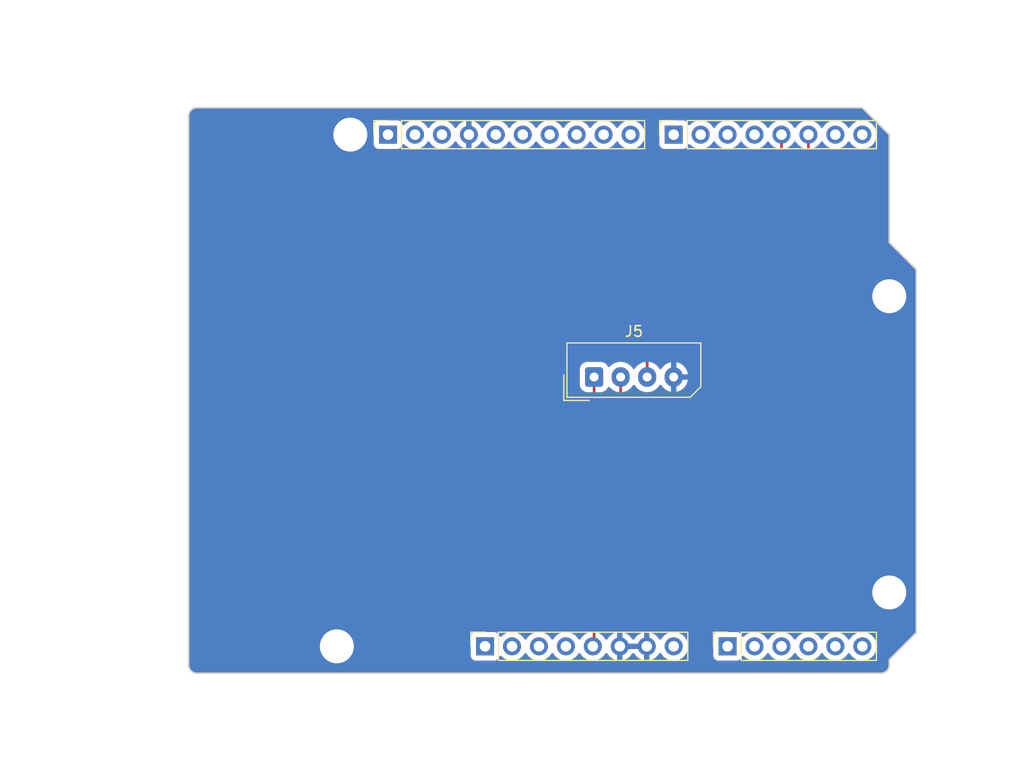
<source format=kicad_pcb>
(kicad_pcb (version 20221018) (generator pcbnew)
  (title_block (date "mar. 31 mars 2015"))
  (layers (0 "F.Cu" signal) (31 "B.Cu" signal) (34 "B.Paste" user) (35 "F.Paste" user) (36 "B.SilkS" user "B.Silkscreen") (37 "F.SilkS" user "F.Silkscreen") (38 "B.Mask" user) (39 "F.Mask" user) (44 "Edge.Cuts" user))
  (net 0 "")
  (net 1 "GND")
  (net 3 "+5V")
  (net 4 "/IOREF")
  (net 5 "/A0")
  (net 6 "/A1")
  (net 7 "/A2")
  (net 8 "/A3")
  (net 9 "/SDA{slash}A4")
  (net 10 "/SCL{slash}A5")
  (net 11 "/13")
  (net 12 "/12")
  (net 13 "/AREF")
  (net 14 "/8")
  (net 15 "/7")
  (net 16 "/*11")
  (net 17 "/*10")
  (net 18 "/*9")
  (net 19 "/4")
  (net 20 "/2")
  (net 21 "/*6")
  (net 22 "/*5")
  (net 23 "/TX{slash}1")
  (net 24 "/*3")
  (net 25 "/RX{slash}0")
  (net 26 "+3V3")
  (net 27 "VCC")
  (net 28 "/~{RESET}")
  (footprint "Connector_PinSocket_2.54mm:PinSocket_1x08_P2.54mm_Vertical" (layer "F.Cu") (at 127.94 97.46 90)
    (fp_text reference "J1" hide)
    (fp_text value "Power")
    (fp_line (start -1.33 1.27) (end -1.33 19.11) (stroke (width 0.12)) (layer "F.SilkS"))
    (fp_line (start -1.33 1.27) (end 1.33 1.27) (stroke (width 0.12)) (layer "F.SilkS"))
    (fp_line (start -1.33 19.11) (end 1.33 19.11) (stroke (width 0.12)) (layer "F.SilkS"))
    (fp_line (start 0 -1.33) (end 1.33 -1.33) (stroke (width 0.12)) (layer "F.SilkS"))
    (fp_line (start 1.33 -1.33) (end 1.33 0) (stroke (width 0.12)) (layer "F.SilkS"))
    (fp_line (start 1.33 1.27) (end 1.33 19.11) (stroke (width 0.12)) (layer "F.SilkS"))
    (pad "1" thru_hole rect locked (at 0 0 90) (size 1.7 1.7) (drill 1) (layers "*.Cu" "*.Mask"))
    (pad "2" thru_hole oval locked (at 0 2.54 90) (size 1.7 1.7) (drill 1) (layers "*.Cu" "*.Mask") (net 4 "/IOREF"))
    (pad "3" thru_hole oval locked (at 0 5.08 90) (size 1.7 1.7) (drill 1) (layers "*.Cu" "*.Mask") (net 28 "/~{RESET}"))
    (pad "4" thru_hole oval locked (at 0 7.62 90) (size 1.7 1.7) (drill 1) (layers "*.Cu" "*.Mask") (net 26 "+3V3"))
    (pad "5" thru_hole oval locked (at 0 10.16 90) (size 1.7 1.7) (drill 1) (layers "*.Cu" "*.Mask") (net 3 "+5V"))
    (pad "6" thru_hole oval locked (at 0 12.7 90) (size 1.7 1.7) (drill 1) (layers "*.Cu" "*.Mask") (net 1 "GND"))
    (pad "7" thru_hole oval locked (at 0 15.24 90) (size 1.7 1.7) (drill 1) (layers "*.Cu" "*.Mask") (net 1 "GND"))
    (pad "8" thru_hole oval locked (at 0 17.78 90) (size 1.7 1.7) (drill 1) (layers "*.Cu" "*.Mask") (net 27 "VCC"))
  )
  (footprint "Connector_PinSocket_2.54mm:PinSocket_1x06_P2.54mm_Vertical" (layer "F.Cu") (at 150.8 97.46 90)
    (fp_text reference "J3" hide)
    (fp_text value "Analog")
    (fp_line (start -1.33 1.27) (end -1.33 14.03) (stroke (width 0.12)) (layer "F.SilkS"))
    (fp_line (start -1.33 1.27) (end 1.33 1.27) (stroke (width 0.12)) (layer "F.SilkS"))
    (fp_line (start -1.33 14.03) (end 1.33 14.03) (stroke (width 0.12)) (layer "F.SilkS"))
    (fp_line (start 0 -1.33) (end 1.33 -1.33) (stroke (width 0.12)) (layer "F.SilkS"))
    (fp_line (start 1.33 -1.33) (end 1.33 0) (stroke (width 0.12)) (layer "F.SilkS"))
    (fp_line (start 1.33 1.27) (end 1.33 14.03) (stroke (width 0.12)) (layer "F.SilkS"))
    (pad "1" thru_hole rect locked (at 0 0 90) (size 1.7 1.7) (drill 1) (layers "*.Cu" "*.Mask") (net 5 "/A0"))
    (pad "2" thru_hole oval locked (at 0 2.54 90) (size 1.7 1.7) (drill 1) (layers "*.Cu" "*.Mask") (net 6 "/A1"))
    (pad "3" thru_hole oval locked (at 0 5.08 90) (size 1.7 1.7) (drill 1) (layers "*.Cu" "*.Mask") (net 7 "/A2"))
    (pad "4" thru_hole oval locked (at 0 7.62 90) (size 1.7 1.7) (drill 1) (layers "*.Cu" "*.Mask") (net 8 "/A3"))
    (pad "5" thru_hole oval locked (at 0 10.16 90) (size 1.7 1.7) (drill 1) (layers "*.Cu" "*.Mask") (net 9 "/SDA{slash}A4"))
    (pad "6" thru_hole oval locked (at 0 12.7 90) (size 1.7 1.7) (drill 1) (layers "*.Cu" "*.Mask") (net 10 "/SCL{slash}A5"))
  )
  (footprint "Connector_PinSocket_2.54mm:PinSocket_1x10_P2.54mm_Vertical" (layer "F.Cu") (at 118.796 49.2 90)
    (fp_text reference "J2" hide)
    (fp_text value "Digital/PWM")
    (fp_line (start -1.33 1.27) (end -1.33 24.19) (stroke (width 0.12)) (layer "F.SilkS"))
    (fp_line (start -1.33 1.27) (end 1.33 1.27) (stroke (width 0.12)) (layer "F.SilkS"))
    (fp_line (start -1.33 24.19) (end 1.33 24.19) (stroke (width 0.12)) (layer "F.SilkS"))
    (fp_line (start 0 -1.33) (end 1.33 -1.33) (stroke (width 0.12)) (layer "F.SilkS"))
    (fp_line (start 1.33 -1.33) (end 1.33 0) (stroke (width 0.12)) (layer "F.SilkS"))
    (fp_line (start 1.33 1.27) (end 1.33 24.19) (stroke (width 0.12)) (layer "F.SilkS"))
    (pad "1" thru_hole rect locked (at 0 0 90) (size 1.7 1.7) (drill 1) (layers "*.Cu" "*.Mask") (net 10 "/SCL{slash}A5"))
    (pad "2" thru_hole oval locked (at 0 2.54 90) (size 1.7 1.7) (drill 1) (layers "*.Cu" "*.Mask") (net 9 "/SDA{slash}A4"))
    (pad "3" thru_hole oval locked (at 0 5.08 90) (size 1.7 1.7) (drill 1) (layers "*.Cu" "*.Mask") (net 13 "/AREF"))
    (pad "4" thru_hole oval locked (at 0 7.62 90) (size 1.7 1.7) (drill 1) (layers "*.Cu" "*.Mask") (net 1 "GND"))
    (pad "5" thru_hole oval locked (at 0 10.16 90) (size 1.7 1.7) (drill 1) (layers "*.Cu" "*.Mask") (net 11 "/13"))
    (pad "6" thru_hole oval locked (at 0 12.7 90) (size 1.7 1.7) (drill 1) (layers "*.Cu" "*.Mask") (net 12 "/12"))
    (pad "7" thru_hole oval locked (at 0 15.24 90) (size 1.7 1.7) (drill 1) (layers "*.Cu" "*.Mask") (net 16 "/*11"))
    (pad "8" thru_hole oval locked (at 0 17.78 90) (size 1.7 1.7) (drill 1) (layers "*.Cu" "*.Mask") (net 17 "/*10"))
    (pad "9" thru_hole oval locked (at 0 20.32 90) (size 1.7 1.7) (drill 1) (layers "*.Cu" "*.Mask") (net 18 "/*9"))
    (pad "10" thru_hole oval locked (at 0 22.86 90) (size 1.7 1.7) (drill 1) (layers "*.Cu" "*.Mask") (net 14 "/8"))
  )
  (footprint "Connector_PinSocket_2.54mm:PinSocket_1x08_P2.54mm_Vertical" (layer "F.Cu") (at 145.72 49.2 90)
    (fp_text reference "J4" hide)
    (fp_text value "Digital/PWM")
    (fp_line (start -1.33 1.27) (end -1.33 19.11) (stroke (width 0.12)) (layer "F.SilkS"))
    (fp_line (start -1.33 1.27) (end 1.33 1.27) (stroke (width 0.12)) (layer "F.SilkS"))
    (fp_line (start -1.33 19.11) (end 1.33 19.11) (stroke (width 0.12)) (layer "F.SilkS"))
    (fp_line (start 0 -1.33) (end 1.33 -1.33) (stroke (width 0.12)) (layer "F.SilkS"))
    (fp_line (start 1.33 -1.33) (end 1.33 0) (stroke (width 0.12)) (layer "F.SilkS"))
    (fp_line (start 1.33 1.27) (end 1.33 19.11) (stroke (width 0.12)) (layer "F.SilkS"))
    (pad "1" thru_hole rect locked (at 0 0 90) (size 1.7 1.7) (drill 1) (layers "*.Cu" "*.Mask") (net 15 "/7"))
    (pad "2" thru_hole oval locked (at 0 2.54 90) (size 1.7 1.7) (drill 1) (layers "*.Cu" "*.Mask") (net 21 "/*6"))
    (pad "3" thru_hole oval locked (at 0 5.08 90) (size 1.7 1.7) (drill 1) (layers "*.Cu" "*.Mask") (net 22 "/*5"))
    (pad "4" thru_hole oval locked (at 0 7.62 90) (size 1.7 1.7) (drill 1) (layers "*.Cu" "*.Mask") (net 19 "/4"))
    (pad "5" thru_hole oval locked (at 0 10.16 90) (size 1.7 1.7) (drill 1) (layers "*.Cu" "*.Mask") (net 24 "/*3"))
    (pad "6" thru_hole oval locked (at 0 12.7 90) (size 1.7 1.7) (drill 1) (layers "*.Cu" "*.Mask") (net 20 "/2"))
    (pad "7" thru_hole oval locked (at 0 15.24 90) (size 1.7 1.7) (drill 1) (layers "*.Cu" "*.Mask") (net 23 "/TX{slash}1"))
    (pad "8" thru_hole oval locked (at 0 17.78 90) (size 1.7 1.7) (drill 1) (layers "*.Cu" "*.Mask") (net 25 "/RX{slash}0"))
  )
  (footprint "Arduino_MountingHole:MountingHole_3.2mm" (layer "F.Cu") (at 115.24 49.2)
    (fp_text reference "MH1" hide)
    (fp_text value "MountingHole_3.2mm" hide)
    (pad "" np_thru_hole circle locked (at 0 0) (size 3.2 3.2) (drill 3.2) (layers "*.Cu" "*.Mask"))
  )
  (footprint "Connector_Molex:Molex_SPOX_5267-04A_1x04_P2.50mm_Vertical" (layer "F.Cu") (at 138.22 72.06)
    (fp_text reference "J5" (at 3.75 -4.3) (layer "F.SilkS"))
    (fp_text value "Conn_01x04")
    (fp_line (start -2.86 -0.2) (end -2.86 2.21) (stroke (width 0.12)) (layer "F.SilkS"))
    (fp_line (start -2.86 2.21) (end -0.45 2.21) (stroke (width 0.12)) (layer "F.SilkS"))
    (fp_line (start -2.56 -3.21) (end -2.56 1.91) (stroke (width 0.12)) (layer "F.SilkS"))
    (fp_line (start -2.56 1.91) (end 9.06 1.91) (stroke (width 0.12)) (layer "F.SilkS"))
    (fp_line (start 9.06 1.91) (end 10.06 0.91) (stroke (width 0.12)) (layer "F.SilkS"))
    (fp_line (start 10.06 -3.21) (end -2.56 -3.21) (stroke (width 0.12)) (layer "F.SilkS"))
    (fp_line (start 10.06 0.91) (end 10.06 -3.21) (stroke (width 0.12)) (layer "F.SilkS"))
    (pad "1" thru_hole roundrect (at 0 0) (size 1.7 1.85) (drill 0.85) (layers "*.Cu" "*.Mask") (roundrect_rratio 0.147059) (net 3 "+5V"))
    (pad "2" thru_hole oval (at 2.5 0) (size 1.7 1.85) (drill 0.85) (layers "*.Cu" "*.Mask") (net 20 "/2"))
    (pad "3" thru_hole oval (at 5 0) (size 1.7 1.85) (drill 0.85) (layers "*.Cu" "*.Mask") (net 24 "/*3"))
    (pad "4" thru_hole oval (at 7.5 0) (size 1.7 1.85) (drill 0.85) (layers "*.Cu" "*.Mask") (net 1 "GND"))
  )
  (footprint "Arduino_MountingHole:MountingHole_3.2mm" (layer "F.Cu") (at 113.97 97.46)
    (fp_text reference "MH2" hide)
    (fp_text value "MountingHole_3.2mm" hide)
    (pad "" np_thru_hole circle locked (at 0 0) (size 3.2 3.2) (drill 3.2) (layers "*.Cu" "*.Mask"))
  )
  (footprint "Arduino_MountingHole:MountingHole_3.2mm" (layer "F.Cu") (at 166.04 64.44)
    (fp_text reference "MH3" hide)
    (fp_text value "MountingHole_3.2mm" hide)
    (pad "" np_thru_hole circle locked (at 0 0) (size 3.2 3.2) (drill 3.2) (layers "*.Cu" "*.Mask"))
  )
  (footprint "Arduino_MountingHole:MountingHole_3.2mm" (layer "F.Cu") (at 166.04 92.38)
    (fp_text reference "MH4" hide)
    (fp_text value "MountingHole_3.2mm" hide)
    (pad "" np_thru_hole circle locked (at 0 0) (size 3.2 3.2) (drill 3.2) (layers "*.Cu" "*.Mask"))
  )
  (gr_line (start 166.04 59.36) (end 168.58 61.9) (stroke (width 0.15)) (layer "Edge.Cuts"))
  (gr_line (start 100 99.238) (end 100 47.422) (stroke (width 0.15)) (layer "Edge.Cuts"))
  (gr_line (start 168.58 61.9) (end 168.58 96.19) (stroke (width 0.15)) (layer "Edge.Cuts"))
  (gr_line (start 165.278 100) (end 100.762 100) (stroke (width 0.15)) (layer "Edge.Cuts"))
  (gr_line (start 100.762 46.66) (end 163.5 46.66) (stroke (width 0.15)) (layer "Edge.Cuts"))
  (gr_arc (start 100.762 100) (mid 100.223185 99.776815) (end 100 99.238) (stroke (width 0.15)) (layer "Edge.Cuts"))
  (gr_line (start 168.58 96.19) (end 166.04 98.73) (stroke (width 0.15)) (layer "Edge.Cuts"))
  (gr_line (start 163.5 46.66) (end 166.04 49.2) (stroke (width 0.15)) (layer "Edge.Cuts"))
  (gr_arc (start 166.04 99.238) (mid 165.816815 99.776815) (end 165.278 100) (stroke (width 0.15)) (layer "Edge.Cuts"))
  (gr_line (start 166.04 49.2) (end 166.04 59.36) (stroke (width 0.15)) (layer "Edge.Cuts"))
  (gr_line (start 166.04 98.73) (end 166.04 99.238) (stroke (width 0.15)) (layer "Edge.Cuts"))
  (gr_arc (start 100 47.422) (mid 100.223185 46.883185) (end 100.762 46.66) (stroke (width 0.15)) (layer "Edge.Cuts"))
  (segment (start 138.22 72.06) (end 138.22 97.34) (width 0.25) (layer "F.Cu") (net 3))
  (segment (start 138.22 97.34) (end 138.1 97.46) (width 0.25) (layer "F.Cu") (net 3))
  (segment (start 140.72 77.06) (end 140.64 77.14) (width 0.25) (layer "F.Cu") (net 20))
  (segment (start 158.42 77.14) (end 158.42 49.2) (width 0.25) (layer "F.Cu") (net 20))
  (segment (start 140.72 72.06) (end 140.72 77.06) (width 0.25) (layer "F.Cu") (net 20))
  (segment (start 140.64 77.14) (end 158.42 77.14) (width 0.25) (layer "F.Cu") (net 20))
  (segment (start 155.88 64.44) (end 155.88 49.2) (width 0.25) (layer "F.Cu") (net 24))
  (segment (start 143.22 72.06) (end 143.22 64.48) (width 0.25) (layer "F.Cu") (net 24))
  (segment (start 143.18 64.44) (end 155.88 64.44) (width 0.25) (layer "F.Cu") (net 24))
  (segment (start 143.22 64.48) (end 143.18 64.44) (width 0.25) (layer "F.Cu") (net 24))
  (zone (net 1) (net_name "GND") (layers "F&B.Cu") (connect_pads (clearance 0.508)) (min_thickness 0.25) (fill yes (thermal_gap 0.5) (thermal_bridge_width 0.5))
    (polygon (pts (xy 82.22 36.5) (xy 82.22 110.16) (xy 178.74 110.16) (xy 178.74 36.5)))
  )
)
</source>
